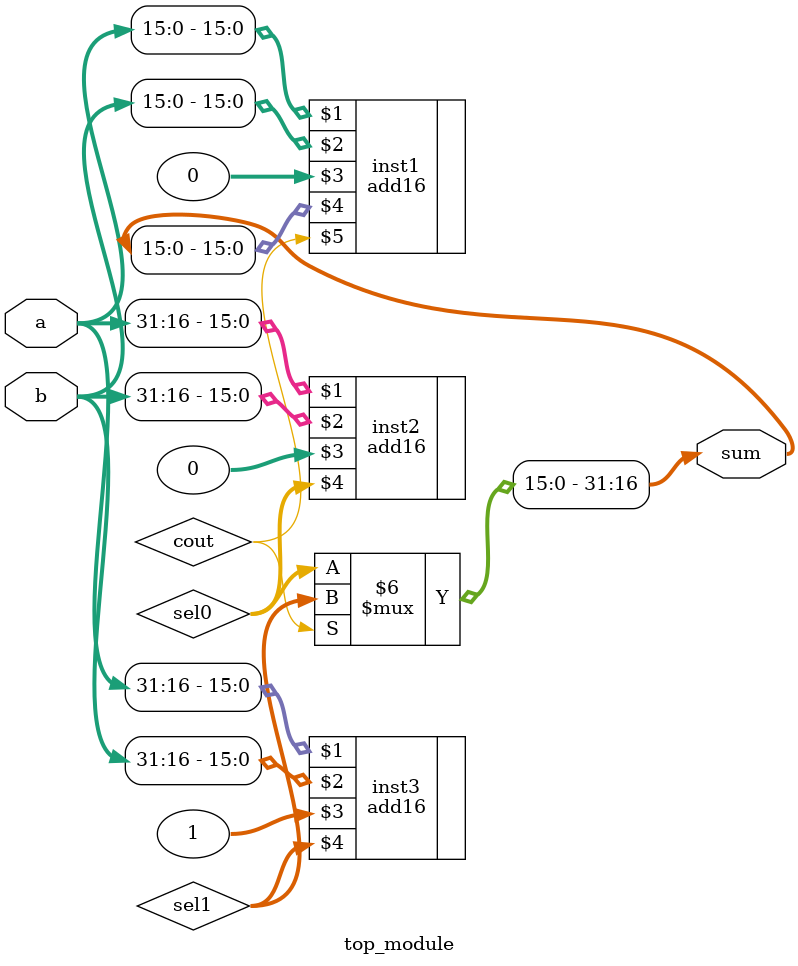
<source format=v>
/*
    In this exercise, you are provided with the same module add16 as the previous exercise, which adds two 16-bit
    numbers with carry-in and produces a carry-out and 16-bit sum. You must instantiate three of these to build the
    carry-select adder, using your own 16-bit 2-to-1 multiplexer.
*/
module top_module(
	input [31:0] a,
	input [31:0] b,
	output [31:0] sum
);
	wire [15:0] sel0, sel1;
	wire cout;
	add16 inst1(a[15:0],b[15:0], 0, sum[15:0], cout);
	add16 inst2(a[31:16],b[31:16], 0, sel0);
	add16 inst3(a[31:16],b[31:16], 1, sel1);
	always @(*) begin
		if (cout) begin
			sum[31:16] = sel1;
		end
		else begin
			sum[31:16] = sel0;
		end
	end
endmodule
//module add16 ( input[15:0] a, input[15:0] b, input cin, output[15:0] sum, output cout );
</source>
